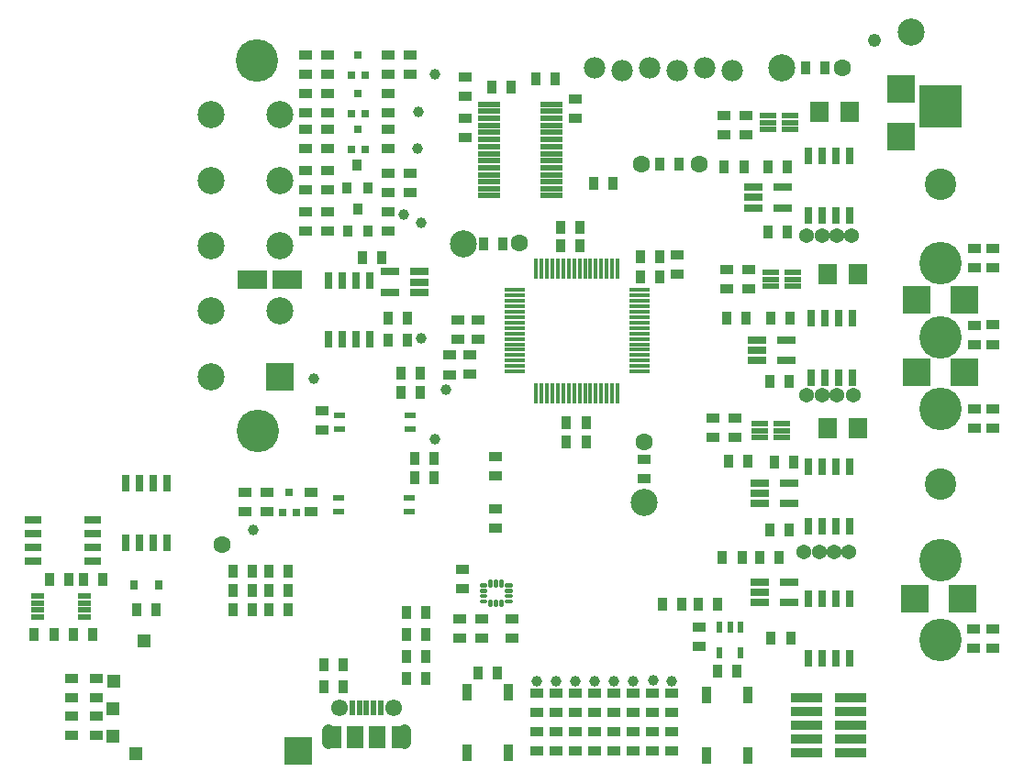
<source format=gbs>
G04 EAGLE Gerber RS-274X export*
G75*
%MOMM*%
%FSLAX34Y34*%
%LPD*%
%INBottom Solder Mask*%
%IPPOS*%
%AMOC8*
5,1,8,0,0,1.08239X$1,22.5*%
G01*
%ADD10R,0.711200X1.625600*%
%ADD11R,3.917600X3.917600*%
%ADD12C,3.917600*%
%ADD13C,2.901600*%
%ADD14R,0.601600X1.101600*%
%ADD15R,2.501600X2.501600*%
%ADD16C,2.501600*%
%ADD17R,1.301600X0.901600*%
%ADD18R,1.301600X0.551600*%
%ADD19R,1.625600X0.711200*%
%ADD20R,0.731600X0.931600*%
%ADD21R,1.727200X0.711200*%
%ADD22R,2.082800X0.508000*%
%ADD23C,1.981200*%
%ADD24R,1.867600X0.371600*%
%ADD25R,0.371600X1.867600*%
%ADD26R,0.863600X1.625600*%
%ADD27R,0.901600X1.301600*%
%ADD28R,0.701600X0.651600*%
%ADD29R,0.901600X1.001600*%
%ADD30R,1.101600X0.601600*%
%ADD31C,1.551600*%
%ADD32R,0.501600X1.451600*%
%ADD33R,1.601600X2.001600*%
%ADD34R,1.301600X2.001600*%
%ADD35C,1.209600*%
%ADD36R,2.898166X0.847269*%
%ADD37R,2.891612X0.843959*%
%ADD38R,2.893938X0.842956*%
%ADD39R,2.891569X0.843247*%
%ADD40R,2.898628X0.842816*%
%ADD41R,2.891072X0.842675*%
%ADD42R,2.895628X0.841128*%
%ADD43R,2.891269X0.840959*%
%ADD44R,2.897716X0.838528*%
%ADD45R,2.891069X0.838650*%
%ADD46C,0.253006*%
%ADD47R,1.574800X0.508000*%
%ADD48R,1.701600X1.901600*%
%ADD49R,2.692400X1.752600*%
%ADD50R,1.301600X1.301600*%
%ADD51C,1.601600*%
%ADD52C,1.001600*%
%ADD53C,1.226600*%
%ADD54C,2.501900*%
%ADD55R,2.501900X2.501900*%
%ADD56C,1.376600*%


D10*
X305308Y453898D03*
X305308Y399034D03*
X318008Y453898D03*
X330708Y453898D03*
X318008Y399034D03*
X330708Y399034D03*
X343408Y453898D03*
X343408Y399034D03*
D11*
X869950Y614680D03*
D12*
X869950Y469900D03*
X869950Y401320D03*
X869950Y335280D03*
X869950Y195580D03*
X869950Y121920D03*
D13*
X869950Y542290D03*
X869950Y265430D03*
D14*
X666394Y133666D03*
X675894Y133666D03*
X685394Y133666D03*
X685394Y109666D03*
X666394Y109666D03*
D15*
X260350Y364744D03*
D16*
X260350Y425196D03*
X260350Y485648D03*
X260350Y546100D03*
X260350Y606552D03*
X196850Y606552D03*
X196850Y546100D03*
X196850Y485648D03*
X196850Y425196D03*
X196850Y364744D03*
D12*
X239776Y656336D03*
X240284Y314960D03*
D17*
X918251Y316778D03*
X918251Y334778D03*
X918499Y394564D03*
X918499Y412564D03*
X918494Y465468D03*
X918494Y483468D03*
X918263Y114089D03*
X918263Y132089D03*
D18*
X80170Y162150D03*
X80170Y155650D03*
X80170Y149150D03*
X80170Y142650D03*
X36670Y142650D03*
X36670Y149150D03*
X36670Y155650D03*
X36670Y162150D03*
D10*
X156210Y211328D03*
X156210Y266192D03*
X143510Y211328D03*
X130810Y211328D03*
X143510Y266192D03*
X130810Y266192D03*
X118110Y211328D03*
X118110Y266192D03*
D19*
X87832Y232484D03*
X32968Y232484D03*
X87832Y219784D03*
X87832Y207084D03*
X32968Y219784D03*
X32968Y207084D03*
X87832Y194384D03*
X32968Y194384D03*
D20*
X125660Y172720D03*
X148660Y172720D03*
D21*
X697642Y520718D03*
X697642Y530218D03*
X697642Y539718D03*
X724566Y539718D03*
X724566Y520718D03*
X700606Y379617D03*
X700606Y389117D03*
X700606Y398617D03*
X727530Y398617D03*
X727530Y379617D03*
X703198Y247488D03*
X703198Y256988D03*
X703198Y266488D03*
X730122Y266488D03*
X730122Y247488D03*
X703143Y156180D03*
X703143Y165680D03*
X703143Y175180D03*
X730067Y175180D03*
X730067Y156180D03*
D22*
X511302Y616204D03*
X511302Y609854D03*
X511302Y603250D03*
X511302Y596900D03*
X511302Y590296D03*
X511302Y583692D03*
X511302Y577342D03*
X511302Y570738D03*
X511302Y564388D03*
X511302Y557784D03*
X511302Y551180D03*
X511302Y544830D03*
X511302Y538226D03*
X511302Y531876D03*
X453898Y531876D03*
X453898Y538226D03*
X453898Y544830D03*
X453898Y551180D03*
X453898Y557784D03*
X453898Y564388D03*
X453898Y570738D03*
X453898Y577342D03*
X453898Y583692D03*
X453898Y590296D03*
X453898Y596900D03*
X453898Y603250D03*
X453898Y609854D03*
X453898Y616204D03*
D15*
X890680Y160020D03*
X846680Y160020D03*
X891941Y368474D03*
X847941Y368474D03*
X891861Y435639D03*
X847861Y435639D03*
X834019Y630297D03*
X834019Y586297D03*
D23*
X678180Y647700D03*
X652780Y650240D03*
X627380Y647700D03*
X601980Y650240D03*
X576580Y647700D03*
X551180Y650240D03*
D24*
X477072Y369644D03*
X477072Y374644D03*
X477072Y379644D03*
X477072Y384644D03*
X477072Y389644D03*
X477072Y394644D03*
X477072Y399644D03*
X477072Y404644D03*
X477072Y409644D03*
X477072Y414644D03*
X477072Y419644D03*
X477072Y424644D03*
X477072Y429644D03*
X477072Y434644D03*
X477072Y439644D03*
X477072Y444644D03*
D25*
X497080Y464652D03*
X502080Y464652D03*
X507080Y464652D03*
X512080Y464652D03*
X517080Y464652D03*
X522080Y464652D03*
X527080Y464652D03*
X532080Y464652D03*
X537080Y464652D03*
X542080Y464652D03*
X547080Y464652D03*
X552080Y464652D03*
X557080Y464652D03*
X562080Y464652D03*
X567080Y464652D03*
X572080Y464652D03*
D24*
X592088Y444644D03*
X592088Y439644D03*
X592088Y434644D03*
X592088Y429644D03*
X592088Y424644D03*
X592088Y419644D03*
X592088Y414644D03*
X592088Y409644D03*
X592088Y404644D03*
X592088Y399644D03*
X592088Y394644D03*
X592088Y389644D03*
X592088Y384644D03*
X592088Y379644D03*
X592088Y374644D03*
X592088Y369644D03*
D25*
X572080Y349636D03*
X567080Y349636D03*
X562080Y349636D03*
X557080Y349636D03*
X552080Y349636D03*
X547080Y349636D03*
X542080Y349636D03*
X537080Y349636D03*
X532080Y349636D03*
X527080Y349636D03*
X522080Y349636D03*
X517080Y349636D03*
X512080Y349636D03*
X507080Y349636D03*
X502080Y349636D03*
X497080Y349636D03*
D26*
X471170Y17780D03*
X471170Y73660D03*
X433070Y17780D03*
X433070Y73660D03*
D17*
X425037Y398987D03*
X425037Y416987D03*
X443576Y398962D03*
X443576Y416962D03*
D27*
X519265Y502675D03*
X537265Y502675D03*
X611288Y475873D03*
X593288Y475873D03*
X524962Y304619D03*
X542962Y304619D03*
X519315Y485466D03*
X537315Y485466D03*
X611288Y457222D03*
X593288Y457222D03*
X525053Y321947D03*
X543053Y321947D03*
D17*
X435798Y366776D03*
X435798Y384776D03*
X416943Y366643D03*
X416943Y384643D03*
D27*
X395080Y86360D03*
X377080Y86360D03*
X377080Y106680D03*
X395080Y106680D03*
X395080Y147320D03*
X377080Y147320D03*
D17*
X284480Y593200D03*
X284480Y575200D03*
X304800Y593200D03*
X304800Y575200D03*
D28*
X339240Y574950D03*
X326240Y574950D03*
X332740Y593450D03*
D17*
X360680Y593200D03*
X360680Y575200D03*
D27*
X455820Y632460D03*
X473820Y632460D03*
X514460Y640080D03*
X496460Y640080D03*
D17*
X431800Y603360D03*
X431800Y585360D03*
X431800Y623460D03*
X431800Y641460D03*
X533400Y603140D03*
X533400Y621140D03*
X284480Y626220D03*
X284480Y608220D03*
X304800Y626220D03*
X304800Y608220D03*
X360680Y626220D03*
X360680Y608220D03*
D28*
X339240Y607970D03*
X326240Y607970D03*
X332740Y626470D03*
D17*
X284480Y661780D03*
X284480Y643780D03*
X304800Y661780D03*
X304800Y643780D03*
D28*
X339240Y643530D03*
X326240Y643530D03*
X332740Y662030D03*
D17*
X360680Y643780D03*
X360680Y661780D03*
X381000Y643780D03*
X381000Y661780D03*
X360680Y534560D03*
X360680Y552560D03*
X304800Y555100D03*
X304800Y537100D03*
X284480Y555100D03*
X284480Y537100D03*
X360680Y499000D03*
X360680Y517000D03*
X304800Y517000D03*
X304800Y499000D03*
X284480Y517000D03*
X284480Y499000D03*
D29*
X341906Y498845D03*
X322906Y498845D03*
X332406Y519845D03*
X341438Y539140D03*
X322438Y539140D03*
X331938Y560140D03*
D30*
X315057Y239988D03*
X315057Y252688D03*
X379857Y252688D03*
X379857Y239988D03*
D17*
X299720Y315437D03*
X299720Y333437D03*
X248920Y257920D03*
X248920Y239920D03*
X228600Y239920D03*
X228600Y257920D03*
D28*
X275740Y239670D03*
X262740Y239670D03*
X269240Y258170D03*
D17*
X289482Y240230D03*
X289482Y258230D03*
D27*
X390000Y368300D03*
X372000Y368300D03*
X402700Y289560D03*
X384700Y289560D03*
X390000Y350520D03*
X372000Y350520D03*
X402700Y271780D03*
X384700Y271780D03*
D17*
X459740Y290940D03*
X459740Y272940D03*
X459740Y224680D03*
X459740Y242680D03*
X627385Y477255D03*
X627385Y459255D03*
D27*
X461120Y91440D03*
X443120Y91440D03*
X713533Y418673D03*
X731533Y418673D03*
X716615Y286102D03*
X734615Y286102D03*
X703508Y197821D03*
X721508Y197821D03*
X711174Y558786D03*
X729174Y558786D03*
X670699Y558356D03*
X688699Y558356D03*
X672894Y418685D03*
X690894Y418685D03*
X674238Y286339D03*
X692238Y286339D03*
X668957Y197951D03*
X686957Y197951D03*
X712476Y223512D03*
X730476Y223512D03*
X713772Y123048D03*
X731772Y123048D03*
X712479Y360438D03*
X730479Y360438D03*
X710825Y498125D03*
X728825Y498125D03*
D17*
X900314Y114096D03*
X900314Y132096D03*
X901094Y316892D03*
X901094Y334892D03*
X901163Y394317D03*
X901163Y412317D03*
X901165Y465483D03*
X901165Y483483D03*
D27*
X378492Y418634D03*
X360492Y418634D03*
X378245Y398160D03*
X360245Y398160D03*
X300880Y99060D03*
X318880Y99060D03*
D17*
X622300Y54500D03*
X622300Y72500D03*
X604520Y54500D03*
X604520Y72500D03*
X586740Y54500D03*
X586740Y72500D03*
X568960Y54500D03*
X568960Y72500D03*
X551180Y54500D03*
X551180Y72500D03*
X533400Y54500D03*
X533400Y72500D03*
X515620Y54500D03*
X515620Y72500D03*
X497840Y54500D03*
X497840Y72500D03*
D27*
X646320Y154940D03*
X664320Y154940D03*
X300880Y78740D03*
X318880Y78740D03*
D17*
X604520Y36940D03*
X604520Y18940D03*
X586740Y36940D03*
X586740Y18940D03*
X568960Y36940D03*
X568960Y18940D03*
X551180Y36940D03*
X551180Y18940D03*
X533400Y36940D03*
X533400Y18940D03*
X515620Y36940D03*
X515620Y18940D03*
D27*
X235060Y149860D03*
X217060Y149860D03*
X631300Y154940D03*
X613300Y154940D03*
X250080Y149860D03*
X268080Y149860D03*
X250080Y185420D03*
X268080Y185420D03*
X250080Y167640D03*
X268080Y167640D03*
X235060Y185420D03*
X217060Y185420D03*
X235060Y167640D03*
X217060Y167640D03*
X664220Y93222D03*
X682220Y93222D03*
X610760Y561340D03*
X628760Y561340D03*
X763380Y650240D03*
X745380Y650240D03*
X466200Y487680D03*
X448200Y487680D03*
D17*
X596900Y288400D03*
X596900Y270400D03*
X381000Y534560D03*
X381000Y552560D03*
X91199Y33134D03*
X91199Y51134D03*
X68500Y33134D03*
X68500Y51134D03*
X68464Y86243D03*
X68464Y68243D03*
X91208Y86358D03*
X91208Y68358D03*
D27*
X96968Y177753D03*
X78968Y177753D03*
X51948Y126537D03*
X33948Y126537D03*
X87955Y126464D03*
X69955Y126464D03*
X146160Y149860D03*
X128160Y149860D03*
X395080Y127000D03*
X377080Y127000D03*
D31*
X365360Y59060D03*
X315360Y59060D03*
D32*
X353360Y59060D03*
X346860Y59060D03*
X340360Y59060D03*
X333860Y59060D03*
X327360Y59060D03*
D33*
X350360Y32060D03*
X330360Y32060D03*
D34*
X369360Y32060D03*
X311360Y32060D03*
D35*
X375360Y26520D02*
X375360Y37600D01*
X305360Y37600D02*
X305360Y26520D01*
D27*
X66036Y177801D03*
X48036Y177801D03*
D21*
X389382Y461620D03*
X389382Y452120D03*
X389382Y442620D03*
X362458Y442620D03*
X362458Y461620D03*
D36*
X787431Y68606D03*
D37*
X746758Y68590D03*
D38*
X787410Y55885D03*
D39*
X746758Y55886D03*
D40*
X787433Y43184D03*
D41*
X746755Y43183D03*
D42*
X787418Y30476D03*
D43*
X746756Y30475D03*
D44*
X787429Y17763D03*
D45*
X746755Y17763D03*
D17*
X647700Y115460D03*
X647700Y133460D03*
D27*
X336440Y474980D03*
X354440Y474980D03*
D46*
X469047Y173343D02*
X473633Y173343D01*
X473633Y171857D01*
X469047Y171857D01*
X469047Y173343D01*
X469047Y168343D02*
X473633Y168343D01*
X473633Y166857D01*
X469047Y166857D01*
X469047Y168343D01*
X469047Y163343D02*
X473633Y163343D01*
X473633Y161857D01*
X469047Y161857D01*
X469047Y163343D01*
X469047Y158343D02*
X473633Y158343D01*
X473633Y156857D01*
X469047Y156857D01*
X469047Y158343D01*
X465483Y158293D02*
X465483Y153707D01*
X463997Y153707D01*
X463997Y158293D01*
X465483Y158293D01*
X465483Y156110D02*
X463997Y156110D01*
X460483Y158293D02*
X460483Y153707D01*
X458997Y153707D01*
X458997Y158293D01*
X460483Y158293D01*
X460483Y156110D02*
X458997Y156110D01*
X455483Y158293D02*
X455483Y153707D01*
X453997Y153707D01*
X453997Y158293D01*
X455483Y158293D01*
X455483Y156110D02*
X453997Y156110D01*
X450433Y156857D02*
X445847Y156857D01*
X445847Y158343D01*
X450433Y158343D01*
X450433Y156857D01*
X450433Y161857D02*
X445847Y161857D01*
X445847Y163343D01*
X450433Y163343D01*
X450433Y161857D01*
X450433Y166857D02*
X445847Y166857D01*
X445847Y168343D01*
X450433Y168343D01*
X450433Y166857D01*
X450433Y171857D02*
X445847Y171857D01*
X445847Y173343D01*
X450433Y173343D01*
X450433Y171857D01*
X453997Y171907D02*
X453997Y176493D01*
X455483Y176493D01*
X455483Y171907D01*
X453997Y171907D01*
X453997Y174310D02*
X455483Y174310D01*
X458997Y176493D02*
X458997Y171907D01*
X458997Y176493D02*
X460483Y176493D01*
X460483Y171907D01*
X458997Y171907D01*
X458997Y174310D02*
X460483Y174310D01*
X463997Y176493D02*
X463997Y171907D01*
X463997Y176493D02*
X465483Y176493D01*
X465483Y171907D01*
X463997Y171907D01*
X463997Y174310D02*
X465483Y174310D01*
D17*
X429260Y186800D03*
X429260Y168800D03*
X475139Y141137D03*
X475139Y123137D03*
X447040Y141080D03*
X447040Y123080D03*
X426720Y141080D03*
X426720Y123080D03*
D10*
X748030Y281432D03*
X748030Y226568D03*
X760730Y281432D03*
X773430Y281432D03*
X760730Y226568D03*
X773430Y226568D03*
X786130Y281432D03*
X786130Y226568D03*
X750570Y418592D03*
X750570Y363728D03*
X763270Y418592D03*
X775970Y418592D03*
X763270Y363728D03*
X775970Y363728D03*
X788670Y418592D03*
X788670Y363728D03*
X748030Y568452D03*
X748030Y513588D03*
X760730Y568452D03*
X773430Y568452D03*
X760730Y513588D03*
X773430Y513588D03*
X786130Y568452D03*
X786130Y513588D03*
X748030Y159512D03*
X748030Y104648D03*
X760730Y159512D03*
X773430Y159512D03*
X760730Y104648D03*
X773430Y104648D03*
X786130Y159512D03*
X786130Y104648D03*
D47*
X703453Y308460D03*
X703453Y314960D03*
X703453Y321460D03*
X724027Y321460D03*
X724027Y314960D03*
X724027Y308460D03*
D48*
X793780Y317500D03*
X765780Y317500D03*
X793780Y459740D03*
X765780Y459740D03*
X786160Y609600D03*
X758160Y609600D03*
D17*
X693420Y445660D03*
X693420Y463660D03*
X690880Y587900D03*
X690880Y605900D03*
X680720Y308500D03*
X680720Y326500D03*
X670560Y587900D03*
X670560Y605900D03*
X673100Y445660D03*
X673100Y463660D03*
X660400Y308500D03*
X660400Y326500D03*
D49*
X235458Y454660D03*
X267462Y454660D03*
D30*
X315580Y316230D03*
X315580Y328930D03*
X380380Y328930D03*
X380380Y316230D03*
D47*
X713613Y448160D03*
X713613Y454660D03*
X713613Y461160D03*
X734187Y461160D03*
X734187Y454660D03*
X734187Y448160D03*
X711073Y592940D03*
X711073Y599440D03*
X711073Y605940D03*
X731647Y605940D03*
X731647Y599440D03*
X731647Y592940D03*
D26*
X654050Y71120D03*
X654050Y15240D03*
X692150Y71120D03*
X692150Y15240D03*
D27*
X549800Y543560D03*
X567800Y543560D03*
D17*
X622300Y36940D03*
X622300Y18940D03*
X497840Y36940D03*
X497840Y18940D03*
D50*
X106738Y33113D03*
D51*
X779780Y650240D03*
X596900Y304800D03*
X594360Y561340D03*
X481172Y487819D03*
D52*
X375091Y514655D03*
X391160Y506561D03*
X391160Y400558D03*
X387855Y575355D03*
X403401Y643793D03*
X414020Y353060D03*
D53*
X809554Y675153D03*
D50*
X107160Y83828D03*
D54*
X843280Y683260D03*
D51*
X207424Y209622D03*
D52*
X292100Y363220D03*
D50*
X106754Y58398D03*
D55*
X277647Y19271D03*
D50*
X135407Y120871D03*
D54*
X723900Y650240D03*
X596900Y248920D03*
D51*
X647700Y561340D03*
D54*
X429721Y487670D03*
D50*
X127787Y16731D03*
D56*
X744220Y203200D03*
X758017Y203052D03*
X771807Y203172D03*
X785655Y203271D03*
X746760Y347980D03*
X760713Y347980D03*
X774782Y347980D03*
X789940Y347980D03*
X746760Y495300D03*
X760868Y495300D03*
X774189Y495300D03*
X788246Y495300D03*
D52*
X388620Y609600D03*
X236220Y223520D03*
X403860Y307340D03*
X622300Y83820D03*
X604837Y84253D03*
X586740Y83820D03*
X568960Y83820D03*
X551180Y83820D03*
X533400Y83820D03*
X515620Y83820D03*
X497840Y83820D03*
M02*

</source>
